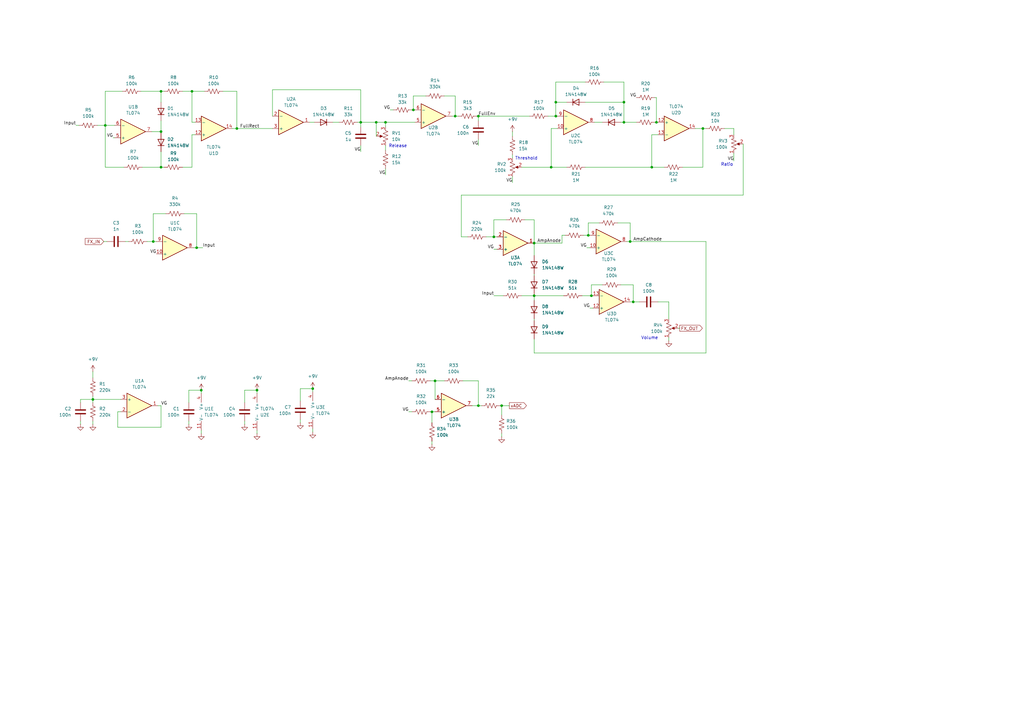
<source format=kicad_sch>
(kicad_sch (version 20231120) (generator "eeschema") (generator_version "8.0")
  (paper "A3")
  (lib_symbols
    (symbol "Amplifier_Operational:TL074" (pin_names (offset 0.127))
      (property "Reference" "U" (at 0 5.08 0))
      (property "Value" "TL074" (at 0 -5.08 0))
      (symbol "TL074_1_1"
        (polyline (pts (xy -5.08 5.08) (xy 5.08 0) (xy -5.08 -5.08) (xy -5.08 5.08)) (stroke (width 0.254)) (fill (type background)))
        (pin output line (at 7.62 0 180) (length 2.54) (name "~") (number "1"))
        (pin input line (at -7.62 -2.54 0) (length 2.54) (name "-") (number "2"))
        (pin input line (at -7.62 2.54 0) (length 2.54) (name "+") (number "3"))
      )
      (symbol "TL074_2_1"
        (polyline (pts (xy -5.08 5.08) (xy 5.08 0) (xy -5.08 -5.08) (xy -5.08 5.08)) (stroke (width 0.254)) (fill (type background)))
        (pin input line (at -7.62 2.54 0) (length 2.54) (name "+") (number "5"))
        (pin input line (at -7.62 -2.54 0) (length 2.54) (name "-") (number "6"))
        (pin output line (at 7.62 0 180) (length 2.54) (name "~") (number "7"))
      )
      (symbol "TL074_3_1"
        (polyline (pts (xy -5.08 5.08) (xy 5.08 0) (xy -5.08 -5.08) (xy -5.08 5.08)) (stroke (width 0.254)) (fill (type background)))
        (pin input line (at -7.62 2.54 0) (length 2.54) (name "+") (number "10"))
        (pin output line (at 7.62 0 180) (length 2.54) (name "~") (number "8"))
        (pin input line (at -7.62 -2.54 0) (length 2.54) (name "-") (number "9"))
      )
      (symbol "TL074_4_1"
        (polyline (pts (xy -5.08 5.08) (xy 5.08 0) (xy -5.08 -5.08) (xy -5.08 5.08)) (stroke (width 0.254)) (fill (type background)))
        (pin input line (at -7.62 2.54 0) (length 2.54) (name "+") (number "12"))
        (pin input line (at -7.62 -2.54 0) (length 2.54) (name "-") (number "13"))
        (pin output line (at 7.62 0 180) (length 2.54) (name "~") (number "14"))
      )
      (symbol "TL074_5_1"
        (pin power_in line (at -2.54 -7.62 90) (length 3.81) (name "V-") (number "11"))
        (pin power_in line (at -2.54 7.62 270) (length 3.81) (name "V+") (number "4"))
      )
    )
    (symbol "Device:C" (pin_numbers hide) (pin_names (offset 0.254))
      (property "Reference" "C" (at 0.635 2.54 0))
      (property "Value" "C" (at 0.635 -2.54 0))
      (symbol "C_0_1"
        (polyline (pts (xy -2.032 -0.762) (xy 2.032 -0.762)) (stroke (width 0.508)))
        (polyline (pts (xy -2.032 0.762) (xy 2.032 0.762)) (stroke (width 0.508)))
      )
      (symbol "C_1_1"
        (pin passive line (at 0 3.81 270) (length 2.794) (name "~") (number "1"))
        (pin passive line (at 0 -3.81 90) (length 2.794) (name "~") (number "2"))
      )
    )
    (symbol "Device:R_Potentiometer_US" (pin_names (offset 1.016) hide)
      (property "Reference" "RV" (at -4.445 0 90))
      (property "Value" "R_Potentiometer_US" (at -2.54 0 90))
      (symbol "R_Potentiometer_US_0_1"
        (polyline (pts (xy 0 -2.286) (xy 0 -2.54)))
        (polyline (pts (xy 0 2.54) (xy 0 2.286)))
        (polyline (pts (xy 2.54 0) (xy 1.524 0)))
        (polyline (pts (xy 1.143 0) (xy 2.286 0.508) (xy 2.286 -0.508) (xy 1.143 0)) (fill (type outline)))
        (polyline (pts (xy 0 -0.762) (xy 1.016 -1.143) (xy 0 -1.524) (xy -1.016 -1.905) (xy 0 -2.286)))
        (polyline (pts (xy 0 0.762) (xy 1.016 0.381) (xy 0 0) (xy -1.016 -0.381) (xy 0 -0.762)))
        (polyline (pts (xy 0 2.286) (xy 1.016 1.905) (xy 0 1.524) (xy -1.016 1.143) (xy 0 0.762)))
      )
      (symbol "R_Potentiometer_US_1_1"
        (pin passive line (at 0 3.81 270) (length 1.27) (name "1") (number "1"))
        (pin passive line (at 3.81 0 180) (length 1.27) (name "2") (number "2"))
        (pin passive line (at 0 -3.81 90) (length 1.27) (name "3") (number "3"))
      )
    )
    (symbol "Device:R_US" (pin_numbers hide) (pin_names (offset 0))
      (property "Reference" "R" (at 2.54 0 90))
      (property "Value" "R_US" (at -2.54 0 90))
      (symbol "R_US_0_1"
        (polyline (pts (xy 0 -2.286) (xy 0 -2.54)))
        (polyline (pts (xy 0 2.286) (xy 0 2.54)))
        (polyline (pts (xy 0 -0.762) (xy 1.016 -1.143) (xy 0 -1.524) (xy -1.016 -1.905) (xy 0 -2.286)))
        (polyline (pts (xy 0 0.762) (xy 1.016 0.381) (xy 0 0) (xy -1.016 -0.381) (xy 0 -0.762)))
        (polyline (pts (xy 0 2.286) (xy 1.016 1.905) (xy 0 1.524) (xy -1.016 1.143) (xy 0 0.762)))
      )
      (symbol "R_US_1_1"
        (pin passive line (at 0 3.81 270) (length 1.27) (name "~") (number "1"))
        (pin passive line (at 0 -3.81 90) (length 1.27) (name "~") (number "2"))
      )
    )
    (symbol "Diode:1N4148W" (pin_numbers hide) (pin_names hide)
      (property "Reference" "D" (at 0 2.54 0))
      (property "Value" "1N4148W" (at 0 -2.54 0))
      (symbol "1N4148W_0_1"
        (polyline (pts (xy -1.27 1.27) (xy -1.27 -1.27)) (stroke (width 0.254)))
        (polyline (pts (xy 1.27 0) (xy -1.27 0)))
        (polyline (pts (xy 1.27 1.27) (xy 1.27 -1.27) (xy -1.27 0) (xy 1.27 1.27)) (stroke (width 0.254)))
      )
      (symbol "1N4148W_1_1"
        (pin passive line (at -3.81 0 0) (length 2.54) (name "K") (number "1"))
        (pin passive line (at 3.81 0 180) (length 2.54) (name "A") (number "2"))
      )
    )
    (symbol "power:+9V" (power) (pin_numbers hide) (pin_names (offset 0) hide)
      (property "Value" "+9V" (at 0 3.556 0))
      (symbol "+9V_0_1"
        (polyline (pts (xy -0.762 1.27) (xy 0 2.54)))
        (polyline (pts (xy 0 0) (xy 0 2.54)))
        (polyline (pts (xy 0 2.54) (xy 0.762 1.27)))
      )
      (symbol "+9V_1_1"
        (pin power_in line (at 0 0 90) (length 0) (name "~") (number "1"))
      )
    )
    (symbol "power:GND" (power) (pin_numbers hide) (pin_names (offset 0) hide)
      (symbol "GND_0_1"
        (polyline (pts (xy 0 0) (xy 0 -1.27) (xy 1.27 -1.27) (xy 0 -2.54) (xy -1.27 -1.27) (xy 0 -1.27)))
      )
      (symbol "GND_1_1"
        (pin power_in line (at 0 0 270) (length 0) (name "~") (number "1"))
      )
    )
  )
  (junction (at 178.435 156.21))
  (junction (at 258.445 99.06))
  (junction (at 255.905 50.165))
  (junction (at 241.3 96.52))
  (junction (at 62.865 99.06))
  (junction (at 219.075 121.285))
  (junction (at 43.18 51.435))
  (junction (at 288.29 52.705))
  (junction (at 242.57 121.285))
  (junction (at 169.545 45.085))
  (junction (at 38.1 163.83))
  (junction (at 255.905 41.91))
  (junction (at 80.645 101.6))
  (junction (at 227.965 41.91))
  (junction (at 78.74 37.465))
  (junction (at 196.215 166.37))
  (junction (at 177.165 168.91))
  (junction (at 66.04 68.58))
  (junction (at 202.565 97.155))
  (junction (at 259.715 123.825))
  (junction (at 154.305 50.165))
  (junction (at 186.69 47.625))
  (junction (at 128.27 159.385))
  (junction (at 66.04 37.465))
  (junction (at 227.965 47.625))
  (junction (at 82.55 160.02))
  (junction (at 196.215 47.625))
  (junction (at 158.115 50.165))
  (junction (at 105.41 160.02))
  (junction (at 267.335 68.58))
  (junction (at 226.06 68.58))
  (junction (at 205.74 166.37))
  (junction (at 147.955 50.165))
  (junction (at 66.04 53.975))
  (junction (at 269.24 50.165))
  (junction (at 97.155 52.705))
  (junction (at 219.075 99.695))
  (wire (pts (xy 78.74 55.245) (xy 78.74 68.58)))
  (wire (pts (xy 178.435 156.21) (xy 182.245 156.21)))
  (wire (pts (xy 258.445 123.825) (xy 259.715 123.825)))
  (wire (pts (xy 242.57 116.84) (xy 242.57 121.285)))
  (wire (pts (xy 258.445 99.06) (xy 257.175 99.06)))
  (wire (pts (xy 78.74 50.165) (xy 78.74 37.465)))
  (wire (pts (xy 219.075 130.81) (xy 219.075 131.445)))
  (wire (pts (xy 259.715 123.825) (xy 259.715 116.84)))
  (wire (pts (xy 241.3 96.52) (xy 241.935 96.52)))
  (wire (pts (xy 219.075 120.65) (xy 219.075 121.285)))
  (wire (pts (xy 247.015 116.84) (xy 242.57 116.84)))
  (wire (pts (xy 177.165 168.91) (xy 177.165 173.355)))
  (wire (pts (xy 38.1 163.83) (xy 49.53 163.83)))
  (wire (pts (xy 186.69 39.37) (xy 182.245 39.37)))
  (wire (pts (xy 219.075 90.17) (xy 219.075 99.695)))
  (wire (pts (xy 170.18 50.165) (xy 158.115 50.165)))
  (wire (pts (xy 255.905 33.655) (xy 255.905 41.91)))
  (wire (pts (xy 158.115 52.07) (xy 158.115 50.165)))
  (wire (pts (xy 97.155 37.465) (xy 97.155 52.705)))
  (wire (pts (xy 33.02 163.83) (xy 38.1 163.83)))
  (wire (pts (xy 185.42 47.625) (xy 186.69 47.625)))
  (wire (pts (xy 78.74 68.58) (xy 74.93 68.58)))
  (wire (pts (xy 43.18 68.58) (xy 43.18 51.435)))
  (wire (pts (xy 240.03 41.91) (xy 255.905 41.91)))
  (wire (pts (xy 243.84 50.165) (xy 247.015 50.165)))
  (wire (pts (xy 232.41 41.91) (xy 227.965 41.91)))
  (wire (pts (xy 213.995 121.285) (xy 219.075 121.285)))
  (wire (pts (xy 228.6 52.705) (xy 226.06 52.705)))
  (wire (pts (xy 178.435 156.21) (xy 178.435 163.83)))
  (wire (pts (xy 177.165 168.91) (xy 178.435 168.91)))
  (wire (pts (xy 51.435 99.06) (xy 52.705 99.06)))
  (wire (pts (xy 105.41 160.02) (xy 105.41 161.29)))
  (wire (pts (xy 167.64 156.21) (xy 168.91 156.21)))
  (wire (pts (xy 219.075 90.17) (xy 215.265 90.17)))
  (wire (pts (xy 123.19 172.085) (xy 123.19 173.355)))
  (wire (pts (xy 154.305 50.165) (xy 147.955 50.165)))
  (wire (pts (xy 105.41 176.53) (xy 105.41 177.8)))
  (wire (pts (xy 33.02 165.1) (xy 33.02 163.83)))
  (wire (pts (xy 123.19 159.385) (xy 128.27 159.385)))
  (wire (pts (xy 239.395 96.52) (xy 241.3 96.52)))
  (wire (pts (xy 219.075 139.065) (xy 219.075 144.78)))
  (wire (pts (xy 202.565 90.17) (xy 202.565 97.155)))
  (wire (pts (xy 274.32 130.81) (xy 274.32 123.825)))
  (wire (pts (xy 259.715 116.84) (xy 254.635 116.84)))
  (wire (pts (xy 77.47 172.72) (xy 77.47 173.99)))
  (wire (pts (xy 43.18 37.465) (xy 50.165 37.465)))
  (wire (pts (xy 38.1 162.56) (xy 38.1 163.83)))
  (wire (pts (xy 205.74 166.37) (xy 205.74 170.18)))
  (wire (pts (xy 50.8 68.58) (xy 43.18 68.58)))
  (wire (pts (xy 66.04 68.58) (xy 58.42 68.58)))
  (wire (pts (xy 300.99 62.865) (xy 300.99 66.04)))
  (wire (pts (xy 202.565 97.155) (xy 203.835 97.155)))
  (wire (pts (xy 79.375 101.6) (xy 80.645 101.6)))
  (wire (pts (xy 43.18 37.465) (xy 43.18 51.435)))
  (wire (pts (xy 77.47 160.02) (xy 82.55 160.02)))
  (wire (pts (xy 136.525 50.165) (xy 139.065 50.165)))
  (wire (pts (xy 199.39 97.155) (xy 202.565 97.155)))
  (wire (pts (xy 57.785 37.465) (xy 66.04 37.465)))
  (wire (pts (xy 258.445 99.06) (xy 289.56 99.06)))
  (wire (pts (xy 169.545 39.37) (xy 169.545 45.085)))
  (wire (pts (xy 189.23 80.01) (xy 304.8 80.01)))
  (wire (pts (xy 238.76 121.285) (xy 242.57 121.285)))
  (wire (pts (xy 147.955 36.83) (xy 111.76 36.83)))
  (wire (pts (xy 219.075 121.285) (xy 231.14 121.285)))
  (wire (pts (xy 210.185 53.975) (xy 210.185 55.88)))
  (wire (pts (xy 196.215 156.21) (xy 189.865 156.21)))
  (wire (pts (xy 82.55 176.53) (xy 82.55 177.8)))
  (wire (pts (xy 205.74 166.37) (xy 208.915 166.37)))
  (wire (pts (xy 82.55 160.02) (xy 82.55 161.29)))
  (wire (pts (xy 91.44 37.465) (xy 97.155 37.465)))
  (wire (pts (xy 245.745 91.44) (xy 241.3 91.44)))
  (wire (pts (xy 100.33 160.02) (xy 105.41 160.02)))
  (wire (pts (xy 100.33 172.72) (xy 100.33 173.99)))
  (wire (pts (xy 33.02 172.72) (xy 33.02 173.99)))
  (wire (pts (xy 176.53 168.91) (xy 177.165 168.91)))
  (wire (pts (xy 268.605 50.165) (xy 269.24 50.165)))
  (wire (pts (xy 147.955 50.165) (xy 147.955 36.83)))
  (wire (pts (xy 274.32 123.825) (xy 269.875 123.825)))
  (wire (pts (xy 219.075 121.285) (xy 219.075 123.19)))
  (wire (pts (xy 154.305 50.165) (xy 154.305 55.88)))
  (wire (pts (xy 219.075 112.395) (xy 219.075 113.03)))
  (wire (pts (xy 43.18 51.435) (xy 46.99 51.435)))
  (wire (pts (xy 267.335 68.58) (xy 267.335 55.245)))
  (wire (pts (xy 38.1 163.83) (xy 38.1 165.1)))
  (wire (pts (xy 226.06 52.705) (xy 226.06 68.58)))
  (wire (pts (xy 196.215 47.625) (xy 196.215 49.53)))
  (wire (pts (xy 80.01 50.165) (xy 78.74 50.165)))
  (wire (pts (xy 267.335 68.58) (xy 272.415 68.58)))
  (wire (pts (xy 240.665 101.6) (xy 241.935 101.6)))
  (wire (pts (xy 158.115 59.69) (xy 158.115 61.595)))
  (wire (pts (xy 66.04 175.26) (xy 66.04 166.37)))
  (wire (pts (xy 262.255 123.825) (xy 259.715 123.825)))
  (wire (pts (xy 213.995 68.58) (xy 226.06 68.58)))
  (wire (pts (xy 207.645 90.17) (xy 202.565 90.17)))
  (wire (pts (xy 176.53 156.21) (xy 178.435 156.21)))
  (wire (pts (xy 169.545 45.085) (xy 170.18 45.085)))
  (wire (pts (xy 38.1 152.4) (xy 38.1 154.94)))
  (wire (pts (xy 242.57 121.285) (xy 243.205 121.285)))
  (wire (pts (xy 304.8 80.01) (xy 304.8 59.055)))
  (wire (pts (xy 240.03 68.58) (xy 267.335 68.58)))
  (wire (pts (xy 46.355 56.515) (xy 46.99 56.515)))
  (wire (pts (xy 38.1 172.72) (xy 38.1 173.99)))
  (wire (pts (xy 62.865 87.63) (xy 62.865 99.06)))
  (wire (pts (xy 219.075 99.695) (xy 230.505 99.695)))
  (wire (pts (xy 67.945 87.63) (xy 62.865 87.63)))
  (wire (pts (xy 196.215 166.37) (xy 196.215 156.21)))
  (wire (pts (xy 174.625 39.37) (xy 169.545 39.37)))
  (wire (pts (xy 196.215 57.15) (xy 196.215 59.69)))
  (wire (pts (xy 202.565 102.235) (xy 203.835 102.235)))
  (wire (pts (xy 267.335 55.245) (xy 269.875 55.245)))
  (wire (pts (xy 66.04 53.975) (xy 66.04 54.61)))
  (wire (pts (xy 189.23 97.155) (xy 189.23 80.01)))
  (wire (pts (xy 62.23 53.975) (xy 66.04 53.975)))
  (wire (pts (xy 80.645 101.6) (xy 80.645 87.63)))
  (wire (pts (xy 123.19 164.465) (xy 123.19 159.385)))
  (wire (pts (xy 186.69 47.625) (xy 187.96 47.625)))
  (wire (pts (xy 78.74 37.465) (xy 74.93 37.465)))
  (wire (pts (xy 100.33 165.1) (xy 100.33 160.02)))
  (wire (pts (xy 247.65 33.655) (xy 255.905 33.655)))
  (wire (pts (xy 297.18 52.705) (xy 300.99 52.705)))
  (wire (pts (xy 195.58 47.625) (xy 196.215 47.625)))
  (wire (pts (xy 219.075 144.78) (xy 289.56 144.78)))
  (wire (pts (xy 278.13 134.62) (xy 278.765 134.62)))
  (wire (pts (xy 255.905 50.165) (xy 254.635 50.165)))
  (wire (pts (xy 48.26 168.91) (xy 48.26 175.26)))
  (wire (pts (xy 48.26 175.26) (xy 66.04 175.26)))
  (wire (pts (xy 300.99 52.705) (xy 300.99 55.245)))
  (wire (pts (xy 80.645 87.63) (xy 75.565 87.63)))
  (wire (pts (xy 196.215 166.37) (xy 197.485 166.37)))
  (wire (pts (xy 268.605 40.005) (xy 269.24 40.005)))
  (wire (pts (xy 230.505 96.52) (xy 231.775 96.52)))
  (wire (pts (xy 196.215 47.625) (xy 217.17 47.625)))
  (wire (pts (xy 97.155 52.705) (xy 95.25 52.705)))
  (wire (pts (xy 42.545 99.06) (xy 43.815 99.06)))
  (wire (pts (xy 66.04 62.23) (xy 66.04 68.58)))
  (wire (pts (xy 167.64 168.91) (xy 168.91 168.91)))
  (wire (pts (xy 241.3 91.44) (xy 241.3 96.52)))
  (wire (pts (xy 158.115 50.165) (xy 154.305 50.165)))
  (wire (pts (xy 111.76 36.83) (xy 111.76 47.625)))
  (wire (pts (xy 40.005 51.435) (xy 43.18 51.435)))
  (wire (pts (xy 288.29 52.705) (xy 289.56 52.705)))
  (wire (pts (xy 205.74 177.8) (xy 205.74 179.07)))
  (wire (pts (xy 210.185 72.39) (xy 210.185 74.93)))
  (wire (pts (xy 146.685 50.165) (xy 147.955 50.165)))
  (wire (pts (xy 66.04 49.53) (xy 66.04 53.975)))
  (wire (pts (xy 193.675 166.37) (xy 196.215 166.37)))
  (wire (pts (xy 226.06 68.58) (xy 232.41 68.58)))
  (wire (pts (xy 255.905 50.165) (xy 260.985 50.165)))
  (wire (pts (xy 269.24 50.165) (xy 269.875 50.165)))
  (wire (pts (xy 227.965 41.91) (xy 227.965 47.625)))
  (wire (pts (xy 80.645 101.6) (xy 83.185 101.6)))
  (wire (pts (xy 177.165 180.975) (xy 177.165 182.245)))
  (wire (pts (xy 274.32 138.43) (xy 274.32 139.7)))
  (wire (pts (xy 66.04 37.465) (xy 66.04 41.91)))
  (wire (pts (xy 97.155 52.705) (xy 111.76 52.705)))
  (wire (pts (xy 128.27 175.895) (xy 128.27 177.165)))
  (wire (pts (xy 219.075 99.695) (xy 219.075 104.775)))
  (wire (pts (xy 168.91 45.085) (xy 169.545 45.085)))
  (wire (pts (xy 31.115 51.435) (xy 32.385 51.435)))
  (wire (pts (xy 210.185 63.5) (xy 210.185 64.77)))
  (wire (pts (xy 49.53 168.91) (xy 48.26 168.91)))
  (wire (pts (xy 66.04 37.465) (xy 67.31 37.465)))
  (wire (pts (xy 191.77 97.155) (xy 189.23 97.155)))
  (wire (pts (xy 230.505 96.52) (xy 230.505 99.695)))
  (wire (pts (xy 269.24 40.005) (xy 269.24 50.165)))
  (wire (pts (xy 205.105 166.37) (xy 205.74 166.37)))
  (wire (pts (xy 227.965 33.655) (xy 227.965 41.91)))
  (wire (pts (xy 80.01 55.245) (xy 78.74 55.245)))
  (wire (pts (xy 202.565 121.285) (xy 206.375 121.285)))
  (wire (pts (xy 158.115 69.215) (xy 158.115 71.755)))
  (wire (pts (xy 224.79 47.625) (xy 227.965 47.625)))
  (wire (pts (xy 128.27 159.385) (xy 128.27 160.655)))
  (wire (pts (xy 147.955 59.69) (xy 147.955 62.23)))
  (wire (pts (xy 288.29 68.58) (xy 288.29 52.705)))
  (wire (pts (xy 258.445 91.44) (xy 258.445 99.06)))
  (wire (pts (xy 280.035 68.58) (xy 288.29 68.58)))
  (wire (pts (xy 77.47 165.1) (xy 77.47 160.02)))
  (wire (pts (xy 66.04 166.37) (xy 64.77 166.37)))
  (wire (pts (xy 240.03 33.655) (xy 227.965 33.655)))
  (wire (pts (xy 78.74 37.465) (xy 83.82 37.465)))
  (wire (pts (xy 60.325 99.06) (xy 62.865 99.06)))
  (wire (pts (xy 253.365 91.44) (xy 258.445 91.44)))
  (wire (pts (xy 255.905 41.91) (xy 255.905 50.165)))
  (wire (pts (xy 127 50.165) (xy 128.905 50.165)))
  (wire (pts (xy 66.04 68.58) (xy 67.31 68.58)))
  (wire (pts (xy 186.69 47.625) (xy 186.69 39.37)))
  (wire (pts (xy 62.865 99.06) (xy 64.135 99.06)))
  (wire (pts (xy 288.29 52.705) (xy 285.115 52.705)))
  (wire (pts (xy 227.965 47.625) (xy 228.6 47.625)))
  (wire (pts (xy 289.56 144.78) (xy 289.56 99.06)))
  (wire (pts (xy 147.955 50.165) (xy 147.955 52.07)))
  (wire (pts (xy 160.02 45.085) (xy 161.29 45.085)))
  (wire (pts (xy 241.935 126.365) (xy 243.205 126.365)))
  (text "Threshold" (at 215.9 65.024 0) (effects (font (size 1.27 1.27))))
  (text "Release" (at 163.195 59.944 0) (effects (font (size 1.27 1.27))))
  (text "Ratio" (at 298.196 67.564 0) (effects (font (size 1.27 1.27))))
  (text "Volume" (at 266.446 138.684 0) (effects (font (size 1.27 1.27))))
  (label "Input" (at 83.185 101.6 0))
  (label "VG" (at 196.215 59.69 180))
  (label "AmpCathode" (at 259.715 99.06 0))
  (label "VG" (at 240.665 101.6 180))
  (label "VG" (at 160.02 45.085 180))
  (label "VG" (at 46.355 56.515 180))
  (label "VG" (at 210.185 74.93 180))
  (label "AmpAnode" (at 220.345 99.695 0))
  (label "VG" (at 300.99 66.04 180))
  (label "VG" (at 147.955 62.23 180))
  (label "FullRect" (at 98.425 52.705 0))
  (label "VG" (at 260.985 40.005 180))
  (label "Input" (at 202.565 121.285 180))
  (label "Input" (at 31.115 51.435 180))
  (label "FullEnv" (at 196.215 47.625 0))
  (label "VG" (at 241.935 126.365 180))
  (label "VG" (at 202.565 102.235 180))
  (label "VG" (at 167.64 168.91 180))
  (label "AmpAnode" (at 167.64 156.21 180))
  (label "VG" (at 66.04 166.37 0))
  (label "VG" (at 64.135 104.14 180))
  (label "VG" (at 158.115 71.755 180))
  (global_label "FX_OUT" (shape output) (at 278.765 134.62 0) (property "Intersheetrefs" "${INTERSHEET_REFS}" (effects (hide yes))))
  (global_label "vADC" (shape output) (at 208.915 166.37 0) (property "Intersheetrefs" "${INTERSHEET_REFS}" (effects (hide yes))))
  (global_label "FX_IN" (shape input) (at 42.545 99.06 180) (property "Intersheetrefs" "${INTERSHEET_REFS}" (effects (hide yes))))
  (symbol (lib_id "Device:C") (at 77.47 168.91 0) (unit 1)
    (property "Reference" "C1" (at 73.66 167.6399 0) (effects (justify right)))
    (property "Value" "100n" (at 73.66 170.1799 0) (effects (justify right)))
    (property "Description" "Unpolarized capacitor" (effects (hide yes)))
  )
  (symbol (lib_id "Device:R_US") (at 36.195 51.435 90) (unit 1)
    (property "Reference" "R5" (at 36.195 45.085 90))
    (property "Value" "100k" (at 36.195 47.625 90))
    (property "Footprint" "Resistor_SMD:R_0805_2012Metric" (effects (hide yes)))
    (property "Description" "Resistor, US symbol" (effects (hide yes)))
  )
  (symbol (lib_id "Device:R_US") (at 264.795 40.005 90) (unit 1)
    (property "Reference" "R20" (at 264.795 34.29 90))
    (property "Value" "1M" (at 264.795 36.83 90))
    (property "Footprint" "Resistor_SMD:R_0805_2012Metric" (effects (hide yes)))
    (property "Description" "Resistor, US symbol" (effects (hide yes)))
  )
  (symbol (lib_id "Device:C") (at 147.955 55.88 0) (mirror y) (unit 1)
    (property "Reference" "C5" (at 144.145 54.6099 0) (effects (justify left)))
    (property "Value" "1u" (at 144.145 57.1499 0) (effects (justify left)))
    (property "Description" "Unpolarized capacitor" (effects (hide yes)))
  )
  (symbol (lib_id "Amplifier_Operational:TL074") (at 57.15 166.37 0) (unit 1)
    (property "Reference" "U1" (at 57.15 156.21 0))
    (property "Value" "TL074" (at 57.15 158.75 0))
    (property "Datasheet" "http://www.ti.com/lit/ds/symlink/tl071.pdf" (effects (hide yes)))
    (property "Description" "Quad Low-Noise JFET-Input Operational Amplifiers, DIP-14/SOIC-14" (effects (hide yes)))
  )
  (symbol (lib_id "Device:R_Potentiometer_US") (at 210.185 68.58 0) (mirror x) (unit 1)
    (property "Reference" "RV2" (at 207.645 67.3099 0) (effects (justify right)))
    (property "Value" "100k" (at 207.645 69.8499 0) (effects (justify right)))
    (property "Footprint" "Potentiometer_THT:Potentiometer_Alpha_RV16AF_42_Single_Long" (effects (hide yes)))
    (property "Description" "Potentiometer, US symbol" (effects (hide yes)))
  )
  (symbol (lib_id "Device:R_US") (at 293.37 52.705 90) (unit 1)
    (property "Reference" "R23" (at 293.37 46.99 90))
    (property "Value" "10k" (at 293.37 49.53 90))
    (property "Footprint" "Resistor_SMD:R_0805_2012Metric" (effects (hide yes)))
    (property "Description" "Resistor, US symbol" (effects (hide yes)))
  )
  (symbol (lib_id "Device:R_US") (at 87.63 37.465 90) (unit 1)
    (property "Reference" "R10" (at 87.63 31.75 90))
    (property "Value" "100k" (at 87.63 34.29 90))
    (property "Footprint" "Resistor_SMD:R_0805_2012Metric" (effects (hide yes)))
    (property "Description" "Resistor, US symbol" (effects (hide yes)))
  )
  (symbol (lib_id "Amplifier_Operational:TL074") (at 250.825 123.825 0) (mirror x) (unit 4)
    (property "Reference" "U3" (at 250.952 128.651 0))
    (property "Value" "TL074" (at 250.952 131.191 0))
    (property "Datasheet" "http://www.ti.com/lit/ds/symlink/tl071.pdf" (effects (hide yes)))
    (property "Description" "Quad Low-Noise JFET-Input Operational Amplifiers, DIP-14/SOIC-14" (effects (hide yes)))
  )
  (symbol (lib_id "Device:R_US") (at 234.95 121.285 90) (unit 1)
    (property "Reference" "R28" (at 234.95 115.57 90))
    (property "Value" "51k" (at 234.95 118.11 90))
    (property "Footprint" "Resistor_SMD:R_0805_2012Metric" (effects (hide yes)))
    (property "Description" "Resistor, US symbol" (effects (hide yes)))
  )
  (symbol (lib_id "Device:R_US") (at 264.795 50.165 90) (unit 1)
    (property "Reference" "R19" (at 264.795 44.45 90))
    (property "Value" "1M" (at 264.795 46.99 90))
    (property "Footprint" "Resistor_SMD:R_0805_2012Metric" (effects (hide yes)))
    (property "Description" "Resistor, US symbol" (effects (hide yes)))
  )
  (symbol (lib_id "Device:C") (at 123.19 168.275 0) (unit 1)
    (property "Reference" "C7" (at 119.38 167.0049 0) (effects (justify right)))
    (property "Value" "100n" (at 119.38 169.5449 0) (effects (justify right)))
    (property "Description" "Unpolarized capacitor" (effects (hide yes)))
  )
  (symbol (lib_id "Device:R_US") (at 178.435 39.37 90) (unit 1)
    (property "Reference" "R14" (at 178.435 33.02 90))
    (property "Value" "330k" (at 178.435 35.56 90))
    (property "Footprint" "Resistor_SMD:R_0805_2012Metric" (effects (hide yes)))
    (property "Description" "Resistor, US symbol" (effects (hide yes)))
  )
  (symbol (lib_id "Device:C") (at 47.625 99.06 90) (unit 1)
    (property "Reference" "C3" (at 47.625 91.44 90))
    (property "Value" "1n" (at 47.625 93.98 90))
    (property "Description" "Unpolarized capacitor" (effects (hide yes)))
  )
  (symbol (lib_id "power:+9V") (at 105.41 160.02 0) (unit 1)
    (property "Reference" "#PWR08" (effects (hide yes)))
    (property "Value" "+9V" (at 105.41 154.94 0))
    (property "Description" "Power symbol creates a global label with name \"+9V\"" (effects (hide yes)))
  )
  (symbol (lib_id "power:GND") (at 177.165 182.245 0) (unit 1)
    (property "Reference" "#PWR015" (effects (hide yes)))
    (property "Value" "GND" (effects (hide yes)))
    (property "Description" "Power symbol creates a global label with name \"GND\" , ground" (effects (hide yes)))
  )
  (symbol (lib_id "Device:R_US") (at 210.185 59.69 180) (unit 1)
    (property "Reference" "R18" (at 212.725 58.4199 0) (effects (justify right)))
    (property "Value" "15k" (at 212.725 60.9599 0) (effects (justify right)))
    (property "Footprint" "Resistor_SMD:R_0805_2012Metric" (effects (hide yes)))
    (property "Description" "Resistor, US symbol" (effects (hide yes)))
  )
  (symbol (lib_id "Device:R_US") (at 53.975 37.465 90) (unit 1)
    (property "Reference" "R6" (at 53.975 31.75 90))
    (property "Value" "100k" (at 53.975 34.29 90))
    (property "Footprint" "Resistor_SMD:R_0805_2012Metric" (effects (hide yes)))
    (property "Description" "Resistor, US symbol" (effects (hide yes)))
  )
  (symbol (lib_id "Diode:1N4148W") (at 236.22 41.91 0) (mirror x) (unit 1)
    (property "Reference" "D4" (at 236.22 36.195 0))
    (property "Value" "1N4148W" (at 236.22 38.735 0))
    (property "Footprint" "Diode_SMD:D_SOD-123" (effects (hide yes)))
    (property "Datasheet" "https://www.vishay.com/docs/85748/1n4148w.pdf" (effects (hide yes)))
    (property "Description" "75V 0.15A Fast Switching Diode, SOD-123" (effects (hide yes)))
    (property "Sim.Device" "D" (effects (hide yes)))
    (property "Sim.Pins" "1=K 2=A" (effects (hide yes)))
  )
  (symbol (lib_id "Device:C") (at 266.065 123.825 90) (unit 1)
    (property "Reference" "C8" (at 266.065 116.84 90))
    (property "Value" "100n" (at 266.065 119.38 90))
    (property "Description" "Unpolarized capacitor" (effects (hide yes)))
  )
  (symbol (lib_id "Device:R_US") (at 220.98 47.625 90) (unit 1)
    (property "Reference" "R17" (at 220.98 41.91 90))
    (property "Value" "100k" (at 220.98 44.45 90))
    (property "Footprint" "Resistor_SMD:R_0805_2012Metric" (effects (hide yes)))
    (property "Description" "Resistor, US symbol" (effects (hide yes)))
  )
  (symbol (lib_id "power:GND") (at 33.02 173.99 0) (unit 1)
    (property "Reference" "#PWR05" (effects (hide yes)))
    (property "Value" "GND" (effects (hide yes)))
    (property "Description" "Power symbol creates a global label with name \"GND\" , ground" (effects (hide yes)))
  )
  (symbol (lib_id "Device:R_US") (at 165.1 45.085 90) (unit 1)
    (property "Reference" "R13" (at 165.1 39.37 90))
    (property "Value" "33k" (at 165.1 41.91 90))
    (property "Footprint" "Resistor_SMD:R_0805_2012Metric" (effects (hide yes)))
    (property "Description" "Resistor, US symbol" (effects (hide yes)))
  )
  (symbol (lib_id "Device:R_US") (at 276.225 68.58 90) (unit 1)
    (property "Reference" "R22" (at 276.225 71.374 90))
    (property "Value" "1M" (at 276.225 73.914 90))
    (property "Footprint" "Resistor_SMD:R_0805_2012Metric" (effects (hide yes)))
    (property "Description" "Resistor, US symbol" (effects (hide yes)))
  )
  (symbol (lib_id "Device:R_US") (at 158.115 65.405 180) (unit 1)
    (property "Reference" "R12" (at 160.655 64.1349 0) (effects (justify right)))
    (property "Value" "15k" (at 160.655 66.6749 0) (effects (justify right)))
    (property "Footprint" "Resistor_SMD:R_0805_2012Metric" (effects (hide yes)))
    (property "Description" "Resistor, US symbol" (effects (hide yes)))
  )
  (symbol (lib_id "Device:R_US") (at 211.455 90.17 90) (unit 1)
    (property "Reference" "R25" (at 211.455 83.82 90))
    (property "Value" "470k" (at 211.455 86.36 90))
    (property "Footprint" "Resistor_SMD:R_0805_2012Metric" (effects (hide yes)))
    (property "Description" "Resistor, US symbol" (effects (hide yes)))
  )
  (symbol (lib_id "Amplifier_Operational:TL074") (at 177.8 47.625 0) (mirror x) (unit 2)
    (property "Reference" "U2" (at 177.673 52.324 0))
    (property "Value" "TL074" (at 177.673 54.864 0))
    (property "Datasheet" "http://www.ti.com/lit/ds/symlink/tl071.pdf" (effects (hide yes)))
    (property "Description" "Quad Low-Noise JFET-Input Operational Amplifiers, DIP-14/SOIC-14" (effects (hide yes)))
  )
  (symbol (lib_id "power:+9V") (at 128.27 159.385 0) (unit 1)
    (property "Reference" "#PWR012" (effects (hide yes)))
    (property "Value" "+9V" (at 128.27 154.305 0))
    (property "Description" "Power symbol creates a global label with name \"+9V\"" (effects (hide yes)))
  )
  (symbol (lib_id "Amplifier_Operational:TL074") (at 211.455 99.695 0) (mirror x) (unit 1)
    (property "Reference" "U3" (at 211.328 105.664 0))
    (property "Value" "TL074" (at 211.328 108.204 0))
    (property "Datasheet" "http://www.ti.com/lit/ds/symlink/tl071.pdf" (effects (hide yes)))
    (property "Description" "Quad Low-Noise JFET-Input Operational Amplifiers, DIP-14/SOIC-14" (effects (hide yes)))
  )
  (symbol (lib_id "Device:R_US") (at 71.755 87.63 90) (unit 1)
    (property "Reference" "R4" (at 71.755 81.28 90))
    (property "Value" "330k" (at 71.755 83.82 90))
    (property "Description" "Resistor, US symbol" (effects (hide yes)))
  )
  (symbol (lib_id "Amplifier_Operational:TL074") (at 119.38 50.165 0) (mirror x) (unit 1)
    (property "Reference" "U2" (at 119.38 40.64 0))
    (property "Value" "TL074" (at 119.38 43.18 0))
    (property "Datasheet" "http://www.ti.com/lit/ds/symlink/tl071.pdf" (effects (hide yes)))
    (property "Description" "Quad Low-Noise JFET-Input Operational Amplifiers, DIP-14/SOIC-14" (effects (hide yes)))
  )
  (symbol (lib_id "Device:R_US") (at 235.585 96.52 90) (unit 1)
    (property "Reference" "R26" (at 235.585 90.17 90))
    (property "Value" "470k" (at 235.585 92.71 90))
    (property "Footprint" "Resistor_SMD:R_0805_2012Metric" (effects (hide yes)))
    (property "Description" "Resistor, US symbol" (effects (hide yes)))
  )
  (symbol (lib_id "Device:R_US") (at 201.295 166.37 270) (unit 1)
    (property "Reference" "R35" (at 201.295 160.02 90))
    (property "Value" "22k" (at 201.295 162.56 90))
    (property "Footprint" "Resistor_SMD:R_0805_2012Metric" (effects (hide yes)))
    (property "Description" "Resistor, US symbol" (effects (hide yes)))
  )
  (symbol (lib_id "Device:R_US") (at 56.515 99.06 90) (unit 1)
    (property "Reference" "R3" (at 56.515 92.71 90))
    (property "Value" "100k" (at 56.515 95.25 90))
    (property "Description" "Resistor, US symbol" (effects (hide yes)))
  )
  (symbol (lib_id "power:GND") (at 100.33 173.99 0) (unit 1)
    (property "Reference" "#PWR07" (effects (hide yes)))
    (property "Value" "GND" (effects (hide yes)))
    (property "Description" "Power symbol creates a global label with name \"GND\" , ground" (effects (hide yes)))
  )
  (symbol (lib_id "Amplifier_Operational:TL074") (at 54.61 53.975 0) (mirror x) (unit 2)
    (property "Reference" "U1" (at 54.61 43.815 0))
    (property "Value" "TL074" (at 54.61 46.355 0))
    (property "Datasheet" "http://www.ti.com/lit/ds/symlink/tl071.pdf" (effects (hide yes)))
    (property "Description" "Quad Low-Noise JFET-Input Operational Amplifiers, DIP-14/SOIC-14" (effects (hide yes)))
  )
  (symbol (lib_id "Amplifier_Operational:TL074") (at 87.63 52.705 0) (mirror x) (unit 4)
    (property "Reference" "U1" (at 87.63 62.865 0))
    (property "Value" "TL074" (at 87.63 60.325 0))
    (property "Datasheet" "http://www.ti.com/lit/ds/symlink/tl071.pdf" (effects (hide yes)))
    (property "Description" "Quad Low-Noise JFET-Input Operational Amplifiers, DIP-14/SOIC-14" (effects (hide yes)))
  )
  (symbol (lib_id "Device:R_US") (at 210.185 121.285 90) (unit 1)
    (property "Reference" "R30" (at 210.185 115.57 90))
    (property "Value" "51k" (at 210.185 118.11 90))
    (property "Footprint" "Resistor_SMD:R_0805_2012Metric" (effects (hide yes)))
    (property "Description" "Resistor, US symbol" (effects (hide yes)))
  )
  (symbol (lib_id "Amplifier_Operational:TL074") (at 102.87 168.91 0) (mirror y) (unit 5)
    (property "Reference" "U2" (at 106.68 170.1801 0) (effects (justify right)))
    (property "Value" "TL074" (at 106.68 167.6401 0) (effects (justify right)))
    (property "Datasheet" "http://www.ti.com/lit/ds/symlink/tl071.pdf" (effects (hide yes)))
    (property "Description" "Quad Low-Noise JFET-Input Operational Amplifiers, DIP-14/SOIC-14" (effects (hide yes)))
  )
  (symbol (lib_id "power:GND") (at 205.74 179.07 0) (unit 1)
    (property "Reference" "#PWR016" (effects (hide yes)))
    (property "Value" "GND" (effects (hide yes)))
    (property "Description" "Power symbol creates a global label with name \"GND\" , ground" (effects (hide yes)))
  )
  (symbol (lib_id "power:+9V") (at 38.1 152.4 0) (unit 1)
    (property "Reference" "#PWR06" (effects (hide yes)))
    (property "Value" "+9V" (at 38.1 147.32 0))
    (property "Description" "Power symbol creates a global label with name \"+9V\"" (effects (hide yes)))
  )
  (symbol (lib_id "Amplifier_Operational:TL074") (at 71.755 101.6 0) (mirror x) (unit 3)
    (property "Reference" "U1" (at 71.755 91.44 0))
    (property "Value" "TL074" (at 71.755 93.98 0))
    (property "Datasheet" "http://www.ti.com/lit/ds/symlink/tl071.pdf" (effects (hide yes)))
    (property "Description" "Quad Low-Noise JFET-Input Operational Amplifiers, DIP-14/SOIC-14" (effects (hide yes)))
  )
  (symbol (lib_id "Device:R_US") (at 186.055 156.21 90) (unit 1)
    (property "Reference" "R33" (at 186.055 149.86 90))
    (property "Value" "100k" (at 186.055 152.4 90))
    (property "Footprint" "Resistor_SMD:R_0805_2012Metric" (effects (hide yes)))
    (property "Description" "Resistor, US symbol" (effects (hide yes)))
  )
  (symbol (lib_id "Device:C") (at 100.33 168.91 0) (unit 1)
    (property "Reference" "C4" (at 96.52 167.6399 0) (effects (justify right)))
    (property "Value" "100n" (at 96.52 170.1799 0) (effects (justify right)))
    (property "Description" "Unpolarized capacitor" (effects (hide yes)))
  )
  (symbol (lib_id "Device:R_US") (at 195.58 97.155 90) (unit 1)
    (property "Reference" "R24" (at 195.58 91.44 90))
    (property "Value" "220k" (at 195.58 93.98 90))
    (property "Footprint" "Resistor_SMD:R_0805_2012Metric" (effects (hide yes)))
    (property "Description" "Resistor, US symbol" (effects (hide yes)))
  )
  (symbol (lib_id "power:GND") (at 123.19 173.355 0) (unit 1)
    (property "Reference" "#PWR011" (effects (hide yes)))
    (property "Value" "GND" (effects (hide yes)))
    (property "Description" "Power symbol creates a global label with name \"GND\" , ground" (effects (hide yes)))
  )
  (symbol (lib_id "power:GND") (at 274.32 139.7 0) (unit 1)
    (property "Reference" "#PWR014" (effects (hide yes)))
    (property "Value" "GND" (effects (hide yes)))
    (property "Description" "Power symbol creates a global label with name \"GND\" , ground" (effects (hide yes)))
  )
  (symbol (lib_id "Diode:1N4148W") (at 219.075 135.255 90) (unit 1)
    (property "Reference" "D9" (at 222.25 133.9849 90) (effects (justify right)))
    (property "Value" "1N4148W" (at 222.25 136.5249 90) (effects (justify right)))
    (property "Footprint" "Diode_SMD:D_SOD-123" (effects (hide yes)))
    (property "Datasheet" "https://www.vishay.com/docs/85748/1n4148w.pdf" (effects (hide yes)))
    (property "Description" "75V 0.15A Fast Switching Diode, SOD-123" (effects (hide yes)))
    (property "Sim.Device" "D" (effects (hide yes)))
    (property "Sim.Pins" "1=K 2=A" (effects (hide yes)))
  )
  (symbol (lib_id "Device:C") (at 196.215 53.34 0) (mirror y) (unit 1)
    (property "Reference" "C6" (at 192.405 52.0699 0) (effects (justify left)))
    (property "Value" "100n" (at 192.405 54.6099 0) (effects (justify left)))
    (property "Description" "Unpolarized capacitor" (effects (hide yes)))
  )
  (symbol (lib_id "Diode:1N4148W") (at 219.075 127 90) (unit 1)
    (property "Reference" "D8" (at 222.25 125.7299 90) (effects (justify right)))
    (property "Value" "1N4148W" (at 222.25 128.2699 90) (effects (justify right)))
    (property "Footprint" "Diode_SMD:D_SOD-123" (effects (hide yes)))
    (property "Datasheet" "https://www.vishay.com/docs/85748/1n4148w.pdf" (effects (hide yes)))
    (property "Description" "75V 0.15A Fast Switching Diode, SOD-123" (effects (hide yes)))
    (property "Sim.Device" "D" (effects (hide yes)))
    (property "Sim.Pins" "1=K 2=A" (effects (hide yes)))
  )
  (symbol (lib_id "Device:R_US") (at 243.84 33.655 90) (unit 1)
    (property "Reference" "R16" (at 243.84 27.94 90))
    (property "Value" "100k" (at 243.84 30.48 90))
    (property "Footprint" "Resistor_SMD:R_0805_2012Metric" (effects (hide yes)))
    (property "Description" "Resistor, US symbol" (effects (hide yes)))
  )
  (symbol (lib_id "Device:R_US") (at 205.74 173.99 180) (unit 1)
    (property "Reference" "R36" (at 207.645 172.7199 0) (effects (justify right)))
    (property "Value" "100k" (at 207.645 175.2599 0) (effects (justify right)))
    (property "Footprint" "Resistor_SMD:R_0805_2012Metric" (effects (hide yes)))
    (property "Description" "Resistor, US symbol" (effects (hide yes)))
  )
  (symbol (lib_id "Amplifier_Operational:TL074") (at 186.055 166.37 0) (mirror x) (unit 2)
    (property "Reference" "U3" (at 186.182 171.958 0))
    (property "Value" "TL074" (at 186.182 174.498 0))
    (property "Datasheet" "http://www.ti.com/lit/ds/symlink/tl071.pdf" (effects (hide yes)))
    (property "Description" "Quad Low-Noise JFET-Input Operational Amplifiers, DIP-14/SOIC-14" (effects (hide yes)))
  )
  (symbol (lib_id "Device:C") (at 33.02 168.91 0) (unit 1)
    (property "Reference" "C2" (at 29.21 167.6399 0) (effects (justify right)))
    (property "Value" "100n" (at 29.21 170.1799 0) (effects (justify right)))
    (property "Description" "Unpolarized capacitor" (effects (hide yes)))
  )
  (symbol (lib_id "power:GND") (at 128.27 177.165 0) (unit 1)
    (property "Reference" "#PWR013" (effects (hide yes)))
    (property "Value" "GND" (effects (hide yes)))
    (property "Description" "Power symbol creates a global label with name \"GND\" , ground" (effects (hide yes)))
  )
  (symbol (lib_id "Device:R_US") (at 38.1 168.91 0) (unit 1)
    (property "Reference" "R2" (at 40.64 167.6399 0) (effects (justify left)))
    (property "Value" "220k" (at 40.64 170.1799 0) (effects (justify left)))
    (property "Description" "Resistor, US symbol" (effects (hide yes)))
  )
  (symbol (lib_id "Device:R_US") (at 172.72 156.21 90) (unit 1)
    (property "Reference" "R31" (at 172.72 149.86 90))
    (property "Value" "100k" (at 172.72 152.4 90))
    (property "Footprint" "Resistor_SMD:R_0805_2012Metric" (effects (hide yes)))
    (property "Description" "Resistor, US symbol" (effects (hide yes)))
  )
  (symbol (lib_id "Device:R_US") (at 191.77 47.625 90) (unit 1)
    (property "Reference" "R15" (at 191.77 41.91 90))
    (property "Value" "3k3" (at 191.77 44.45 90))
    (property "Footprint" "Resistor_SMD:R_0805_2012Metric" (effects (hide yes)))
    (property "Description" "Resistor, US symbol" (effects (hide yes)))
  )
  (symbol (lib_id "Device:R_US") (at 236.22 68.58 90) (unit 1)
    (property "Reference" "R21" (at 236.22 71.374 90))
    (property "Value" "1M" (at 236.22 73.914 90))
    (property "Footprint" "Resistor_SMD:R_0805_2012Metric" (effects (hide yes)))
    (property "Description" "Resistor, US symbol" (effects (hide yes)))
  )
  (symbol (lib_id "Device:R_US") (at 38.1 158.75 0) (unit 1)
    (property "Reference" "R1" (at 40.64 157.4799 0) (effects (justify left)))
    (property "Value" "220k" (at 40.64 160.0199 0) (effects (justify left)))
    (property "Description" "Resistor, US symbol" (effects (hide yes)))
  )
  (symbol (lib_id "Diode:1N4148W") (at 250.825 50.165 0) (mirror x) (unit 1)
    (property "Reference" "D5" (at 250.825 44.45 0))
    (property "Value" "1N4148W" (at 250.825 46.99 0))
    (property "Footprint" "Diode_SMD:D_SOD-123" (effects (hide yes)))
    (property "Datasheet" "https://www.vishay.com/docs/85748/1n4148w.pdf" (effects (hide yes)))
    (property "Description" "75V 0.15A Fast Switching Diode, SOD-123" (effects (hide yes)))
    (property "Sim.Device" "D" (effects (hide yes)))
    (property "Sim.Pins" "1=K 2=A" (effects (hide yes)))
  )
  (symbol (lib_id "Diode:1N4148W") (at 219.075 116.84 90) (unit 1)
    (property "Reference" "D7" (at 222.25 115.5699 90) (effects (justify right)))
    (property "Value" "1N4148W" (at 222.25 118.1099 90) (effects (justify right)))
    (property "Footprint" "Diode_SMD:D_SOD-123" (effects (hide yes)))
    (property "Datasheet" "https://www.vishay.com/docs/85748/1n4148w.pdf" (effects (hide yes)))
    (property "Description" "75V 0.15A Fast Switching Diode, SOD-123" (effects (hide yes)))
    (property "Sim.Device" "D" (effects (hide yes)))
    (property "Sim.Pins" "1=K 2=A" (effects (hide yes)))
  )
  (symbol (lib_id "power:GND") (at 38.1 173.99 0) (unit 1)
    (property "Reference" "#PWR04" (effects (hide yes)))
    (property "Value" "GND" (effects (hide yes)))
    (property "Description" "Power symbol creates a global label with name \"GND\" , ground" (effects (hide yes)))
  )
  (symbol (lib_id "Device:R_Potentiometer_US") (at 158.115 55.88 180) (unit 1)
    (property "Reference" "RV1" (at 160.655 54.6099 0) (effects (justify right)))
    (property "Value" "10k" (at 160.655 57.1499 0) (effects (justify right)))
    (property "Footprint" "Potentiometer_THT:Potentiometer_Alpha_RV16AF_42_Single_Long" (effects (hide yes)))
    (property "Description" "Potentiometer, US symbol" (effects (hide yes)))
  )
  (symbol (lib_id "Amplifier_Operational:TL074") (at 277.495 52.705 0) (unit 4)
    (property "Reference" "U2" (at 277.368 46.228 0))
    (property "Value" "TL074" (at 277.368 43.688 0))
    (property "Datasheet" "http://www.ti.com/lit/ds/symlink/tl071.pdf" (effects (hide yes)))
    (property "Description" "Quad Low-Noise JFET-Input Operational Amplifiers, DIP-14/SOIC-14" (effects (hide yes)))
  )
  (symbol (lib_id "power:GND") (at 77.47 173.99 0) (unit 1)
    (property "Reference" "#PWR03" (effects (hide yes)))
    (property "Value" "GND" (effects (hide yes)))
    (property "Description" "Power symbol creates a global label with name \"GND\" , ground" (effects (hide yes)))
  )
  (symbol (lib_id "power:GND") (at 105.41 177.8 0) (unit 1)
    (property "Reference" "#PWR09" (effects (hide yes)))
    (property "Value" "GND" (effects (hide yes)))
    (property "Description" "Power symbol creates a global label with name \"GND\" , ground" (effects (hide yes)))
  )
  (symbol (lib_id "Device:R_US") (at 172.72 168.91 90) (unit 1)
    (property "Reference" "R32" (at 172.72 162.56 90))
    (property "Value" "100k" (at 172.72 165.1 90))
    (property "Footprint" "Resistor_SMD:R_0805_2012Metric" (effects (hide yes)))
    (property "Description" "Resistor, US symbol" (effects (hide yes)))
  )
  (symbol (lib_id "Device:R_US") (at 54.61 68.58 90) (unit 1)
    (property "Reference" "R7" (at 54.61 62.23 90))
    (property "Value" "100k" (at 54.61 64.77 90))
    (property "Footprint" "Resistor_SMD:R_0805_2012Metric" (effects (hide yes)))
    (property "Description" "Resistor, US symbol" (effects (hide yes)))
  )
  (symbol (lib_id "Device:R_US") (at 249.555 91.44 90) (unit 1)
    (property "Reference" "R27" (at 249.555 85.09 90))
    (property "Value" "470k" (at 249.555 87.63 90))
    (property "Footprint" "Resistor_SMD:R_0805_2012Metric" (effects (hide yes)))
    (property "Description" "Resistor, US symbol" (effects (hide yes)))
  )
  (symbol (lib_id "Diode:1N4148W") (at 66.04 58.42 90) (unit 1)
    (property "Reference" "D2" (at 68.58 57.1499 90) (effects (justify right)))
    (property "Value" "1N4148W" (at 68.58 59.6899 90) (effects (justify right)))
    (property "Footprint" "Diode_SMD:D_SOD-123" (effects (hide yes)))
    (property "Datasheet" "https://www.vishay.com/docs/85748/1n4148w.pdf" (effects (hide yes)))
    (property "Description" "75V 0.15A Fast Switching Diode, SOD-123" (effects (hide yes)))
    (property "Sim.Device" "D" (effects (hide yes)))
    (property "Sim.Pins" "1=K 2=A" (effects (hide yes)))
  )
  (symbol (lib_id "Device:R_Potentiometer_US") (at 300.99 59.055 0) (mirror x) (unit 1)
    (property "Reference" "RV3" (at 298.45 57.7849 0) (effects (justify right)))
    (property "Value" "100k" (at 298.45 60.3249 0) (effects (justify right)))
    (property "Footprint" "Potentiometer_THT:Potentiometer_Alpha_RV16AF_42_Single_Long" (effects (hide yes)))
    (property "Description" "Potentiometer, US symbol" (effects (hide yes)))
  )
  (symbol (lib_id "Device:R_Potentiometer_US") (at 274.32 134.62 0) (mirror x) (unit 1)
    (property "Reference" "RV4" (at 271.78 133.3499 0) (effects (justify right)))
    (property "Value" "100k" (at 271.78 135.8899 0) (effects (justify right)))
    (property "Footprint" "Potentiometer_THT:Potentiometer_Alpha_RV16AF_42_Single_Long" (effects (hide yes)))
    (property "Description" "Potentiometer, US symbol" (effects (hide yes)))
  )
  (symbol (lib_id "Diode:1N4148W") (at 66.04 45.72 90) (unit 1)
    (property "Reference" "D1" (at 68.58 44.4499 90) (effects (justify right)))
    (property "Value" "1N4148W" (at 68.58 46.9899 90) (effects (justify right)))
    (property "Footprint" "Diode_SMD:D_SOD-123" (effects (hide yes)))
    (property "Datasheet" "https://www.vishay.com/docs/85748/1n4148w.pdf" (effects (hide yes)))
    (property "Description" "75V 0.15A Fast Switching Diode, SOD-123" (effects (hide yes)))
    (property "Sim.Device" "D" (effects (hide yes)))
    (property "Sim.Pins" "1=K 2=A" (effects (hide yes)))
  )
  (symbol (lib_id "power:+9V") (at 82.55 160.02 0) (unit 1)
    (property "Reference" "#PWR01" (effects (hide yes)))
    (property "Value" "+9V" (at 82.55 154.94 0))
    (property "Description" "Power symbol creates a global label with name \"+9V\"" (effects (hide yes)))
  )
  (symbol (lib_id "Device:R_US") (at 71.12 37.465 90) (unit 1)
    (property "Reference" "R8" (at 71.12 31.75 90))
    (property "Value" "100k" (at 71.12 34.29 90))
    (property "Footprint" "Resistor_SMD:R_0805_2012Metric" (effects (hide yes)))
    (property "Description" "Resistor, US symbol" (effects (hide yes)))
  )
  (symbol (lib_id "Device:R_US") (at 250.825 116.84 90) (unit 1)
    (property "Reference" "R29" (at 250.825 110.49 90))
    (property "Value" "100k" (at 250.825 113.03 90))
    (property "Footprint" "Resistor_SMD:R_0805_2012Metric" (effects (hide yes)))
    (property "Description" "Resistor, US symbol" (effects (hide yes)))
  )
  (symbol (lib_id "power:GND") (at 82.55 177.8 0) (unit 1)
    (property "Reference" "#PWR02" (effects (hide yes)))
    (property "Value" "GND" (effects (hide yes)))
    (property "Description" "Power symbol creates a global label with name \"GND\" , ground" (effects (hide yes)))
  )
  (symbol (lib_id "Device:R_US") (at 142.875 50.165 90) (unit 1)
    (property "Reference" "R11" (at 142.875 44.45 90))
    (property "Value" "33k" (at 142.875 46.99 90))
    (property "Footprint" "Resistor_SMD:R_0805_2012Metric" (effects (hide yes)))
    (property "Description" "Resistor, US symbol" (effects (hide yes)))
  )
  (symbol (lib_id "Amplifier_Operational:TL074") (at 249.555 99.06 0) (mirror x) (unit 3)
    (property "Reference" "U3" (at 249.682 103.886 0))
    (property "Value" "TL074" (at 249.682 106.426 0))
    (property "Datasheet" "http://www.ti.com/lit/ds/symlink/tl071.pdf" (effects (hide yes)))
    (property "Description" "Quad Low-Noise JFET-Input Operational Amplifiers, DIP-14/SOIC-14" (effects (hide yes)))
  )
  (symbol (lib_id "Amplifier_Operational:TL074") (at 85.09 168.91 0) (unit 5)
    (property "Reference" "U1" (at 83.82 167.6399 0) (effects (justify left)))
    (property "Value" "TL074" (at 83.82 170.1799 0) (effects (justify left)))
    (property "Datasheet" "http://www.ti.com/lit/ds/symlink/tl071.pdf" (effects (hide yes)))
    (property "Description" "Quad Low-Noise JFET-Input Operational Amplifiers, DIP-14/SOIC-14" (effects (hide yes)))
  )
  (symbol (lib_id "Diode:1N4148W") (at 132.715 50.165 180) (unit 1)
    (property "Reference" "D3" (at 132.715 44.45 0))
    (property "Value" "1N4148W" (at 132.715 46.99 0))
    (property "Footprint" "Diode_SMD:D_SOD-123" (effects (hide yes)))
    (property "Datasheet" "https://www.vishay.com/docs/85748/1n4148w.pdf" (effects (hide yes)))
    (property "Description" "75V 0.15A Fast Switching Diode, SOD-123" (effects (hide yes)))
    (property "Sim.Device" "D" (effects (hide yes)))
    (property "Sim.Pins" "1=K 2=A" (effects (hide yes)))
  )
  (symbol (lib_id "Amplifier_Operational:TL074") (at 236.22 50.165 0) (mirror x) (unit 3)
    (property "Reference" "U2" (at 236.093 55.626 0))
    (property "Value" "TL074" (at 236.093 58.166 0))
    (property "Datasheet" "http://www.ti.com/lit/ds/symlink/tl071.pdf" (effects (hide yes)))
    (property "Description" "Quad Low-Noise JFET-Input Operational Amplifiers, DIP-14/SOIC-14" (effects (hide yes)))
  )
  (symbol (lib_id "Amplifier_Operational:TL074") (at 125.73 168.275 0) (mirror y) (unit 5)
    (property "Reference" "U3" (at 129.54 167.0049 0) (effects (justify right)))
    (property "Value" "TL074" (at 129.54 169.5449 0) (effects (justify right)))
    (property "Datasheet" "http://www.ti.com/lit/ds/symlink/tl071.pdf" (effects (hide yes)))
    (property "Description" "Quad Low-Noise JFET-Input Operational Amplifiers, DIP-14/SOIC-14" (effects (hide yes)))
  )
  (symbol (lib_id "Diode:1N4148W") (at 219.075 108.585 90) (unit 1)
    (property "Reference" "D6" (at 222.25 107.3149 90) (effects (justify right)))
    (property "Value" "1N4148W" (at 222.25 109.8549 90) (effects (justify right)))
    (property "Footprint" "Diode_SMD:D_SOD-123" (effects (hide yes)))
    (property "Datasheet" "https://www.vishay.com/docs/85748/1n4148w.pdf" (effects (hide yes)))
    (property "Description" "75V 0.15A Fast Switching Diode, SOD-123" (effects (hide yes)))
    (property "Sim.Device" "D" (effects (hide yes)))
    (property "Sim.Pins" "1=K 2=A" (effects (hide yes)))
  )
  (symbol (lib_id "Device:R_US") (at 71.12 68.58 90) (unit 1)
    (property "Reference" "R9" (at 71.12 62.865 90))
    (property "Value" "100k" (at 71.12 65.405 90))
    (property "Footprint" "Resistor_SMD:R_0805_2012Metric" (effects (hide yes)))
    (property "Description" "Resistor, US symbol" (effects (hide yes)))
  )
  (symbol (lib_id "Device:R_US") (at 177.165 177.165 180) (unit 1)
    (property "Reference" "R34" (at 179.07 175.8949 0) (effects (justify right)))
    (property "Value" "100k" (at 179.07 178.4349 0) (effects (justify right)))
    (property "Footprint" "Resistor_SMD:R_0805_2012Metric" (effects (hide yes)))
    (property "Description" "Resistor, US symbol" (effects (hide yes)))
  )
  (symbol (lib_id "power:+9V") (at 210.185 53.975 0) (unit 1)
    (property "Reference" "#PWR010" (effects (hide yes)))
    (property "Value" "+9V" (at 210.185 48.895 0))
    (property "Description" "Power symbol creates a global label with name \"+9V\"" (effects (hide yes)))
  )
)
</source>
